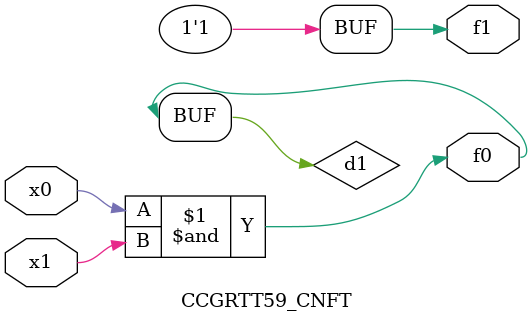
<source format=v>
module CCGRTT59_CNFT(
	input x0, x1,
	output f0, f1
);

	wire d1;

	assign f0 = d1;
	and (d1, x0, x1);
	assign f1 = 1'b1;
endmodule

</source>
